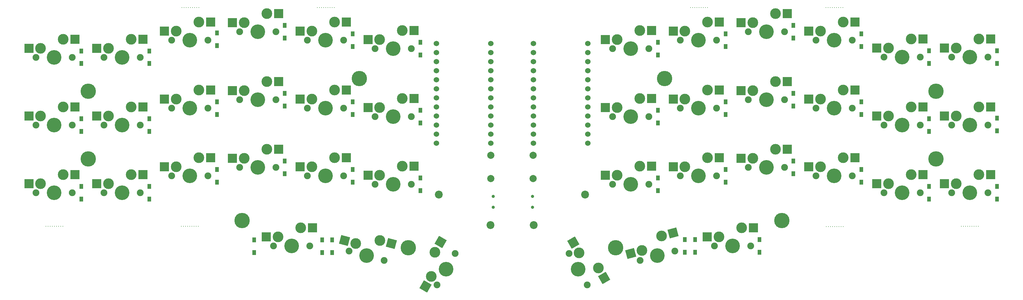
<source format=gbs>
G04 #@! TF.GenerationSoftware,KiCad,Pcbnew,7.0.1*
G04 #@! TF.CreationDate,2023-03-26T00:44:15-07:00*
G04 #@! TF.ProjectId,corne-wireless,636f726e-652d-4776-9972-656c6573732e,3.0.1*
G04 #@! TF.SameCoordinates,Original*
G04 #@! TF.FileFunction,Soldermask,Bot*
G04 #@! TF.FilePolarity,Negative*
%FSLAX46Y46*%
G04 Gerber Fmt 4.6, Leading zero omitted, Abs format (unit mm)*
G04 Created by KiCad (PCBNEW 7.0.1) date 2023-03-26 00:44:15*
%MOMM*%
%LPD*%
G01*
G04 APERTURE LIST*
G04 Aperture macros list*
%AMRotRect*
0 Rectangle, with rotation*
0 The origin of the aperture is its center*
0 $1 length*
0 $2 width*
0 $3 Rotation angle, in degrees counterclockwise*
0 Add horizontal line*
21,1,$1,$2,0,0,$3*%
G04 Aperture macros list end*
%ADD10C,2.000000*%
%ADD11C,1.900000*%
%ADD12C,3.000000*%
%ADD13C,4.100000*%
%ADD14R,2.550000X2.500000*%
%ADD15RotRect,2.550000X2.500000X165.000000*%
%ADD16RotRect,2.550000X2.500000X240.000000*%
%ADD17RotRect,2.550000X2.500000X120.000000*%
%ADD18RotRect,2.550000X2.500000X195.000000*%
%ADD19C,4.300000*%
%ADD20C,2.200000*%
%ADD21C,1.524000*%
%ADD22C,0.300000*%
%ADD23C,0.900000*%
%ADD24R,1.000000X1.400000*%
G04 APERTURE END LIST*
D10*
X142424500Y-69781000D03*
X142424500Y-63281000D03*
D11*
X34027500Y-35780000D03*
D12*
X35297500Y-33240000D03*
D13*
X39107500Y-35780000D03*
D12*
X41647500Y-30700000D03*
D11*
X44187500Y-35780000D03*
D14*
X32022500Y-33240000D03*
X44949500Y-30700000D03*
D11*
X53027500Y-31030000D03*
D12*
X54297500Y-28490000D03*
D13*
X58107500Y-31030000D03*
D12*
X60647500Y-25950000D03*
D11*
X63187500Y-31030000D03*
D14*
X51022500Y-28490000D03*
X63949500Y-25950000D03*
D11*
X72027500Y-28655000D03*
D12*
X73297500Y-26115000D03*
D13*
X77107500Y-28655000D03*
D12*
X79647500Y-23575000D03*
D11*
X82187500Y-28655000D03*
D14*
X70022500Y-26115000D03*
X82949500Y-23575000D03*
D11*
X91027500Y-31030000D03*
D12*
X92297500Y-28490000D03*
D13*
X96107500Y-31030000D03*
D12*
X98647500Y-25950000D03*
D11*
X101187500Y-31030000D03*
D14*
X89022500Y-28490000D03*
X101949500Y-25950000D03*
D11*
X15027500Y-54780000D03*
D12*
X16297500Y-52240000D03*
D13*
X20107500Y-54780000D03*
D12*
X22647500Y-49700000D03*
D11*
X25187500Y-54780000D03*
D14*
X13022500Y-52240000D03*
X25949500Y-49700000D03*
D11*
X34027500Y-54780000D03*
D12*
X35297500Y-52240000D03*
D13*
X39107500Y-54780000D03*
D12*
X41647500Y-49700000D03*
D11*
X44187500Y-54780000D03*
D14*
X32022500Y-52240000D03*
X44949500Y-49700000D03*
D11*
X53027500Y-50030000D03*
D12*
X54297500Y-47490000D03*
D13*
X58107500Y-50030000D03*
D12*
X60647500Y-44950000D03*
D11*
X63187500Y-50030000D03*
D14*
X51022500Y-47490000D03*
X63949500Y-44950000D03*
D11*
X72027500Y-47655000D03*
D12*
X73297500Y-45115000D03*
D13*
X77107500Y-47655000D03*
D12*
X79647500Y-42575000D03*
D11*
X82187500Y-47655000D03*
D14*
X70022500Y-45115000D03*
X82949500Y-42575000D03*
D11*
X91027500Y-50030000D03*
D12*
X92297500Y-47490000D03*
D13*
X96107500Y-50030000D03*
D12*
X98647500Y-44950000D03*
D11*
X101187500Y-50030000D03*
D14*
X89022500Y-47490000D03*
X101949500Y-44950000D03*
D11*
X110027500Y-52405000D03*
D12*
X111297500Y-49865000D03*
D13*
X115107500Y-52405000D03*
D12*
X117647500Y-47325000D03*
D11*
X120187500Y-52405000D03*
D14*
X108022500Y-49865000D03*
X120949500Y-47325000D03*
D11*
X15027500Y-73780000D03*
D12*
X16297500Y-71240000D03*
D13*
X20107500Y-73780000D03*
D12*
X22647500Y-68700000D03*
D11*
X25187500Y-73780000D03*
D14*
X13022500Y-71240000D03*
X25949500Y-68700000D03*
D11*
X34027500Y-73780000D03*
D12*
X35297500Y-71240000D03*
D13*
X39107500Y-73780000D03*
D12*
X41647500Y-68700000D03*
D11*
X44187500Y-73780000D03*
D14*
X32022500Y-71240000D03*
X44949500Y-68700000D03*
D11*
X53027500Y-69030000D03*
D12*
X54297500Y-66490000D03*
D13*
X58107500Y-69030000D03*
D12*
X60647500Y-63950000D03*
D11*
X63187500Y-69030000D03*
D14*
X51022500Y-66490000D03*
X63949500Y-63950000D03*
D11*
X72027500Y-66655000D03*
D12*
X73297500Y-64115000D03*
D13*
X77107500Y-66655000D03*
D12*
X79647500Y-61575000D03*
D11*
X82187500Y-66655000D03*
D14*
X70022500Y-64115000D03*
X82949500Y-61575000D03*
D11*
X91027500Y-69030000D03*
D12*
X92297500Y-66490000D03*
D13*
X96107500Y-69030000D03*
D12*
X98647500Y-63950000D03*
D11*
X101187500Y-69030000D03*
D14*
X89022500Y-66490000D03*
X101949500Y-63950000D03*
D11*
X110027500Y-71405000D03*
D12*
X111297500Y-68865000D03*
D13*
X115107500Y-71405000D03*
D12*
X117647500Y-66325000D03*
D11*
X120187500Y-71405000D03*
D14*
X108022500Y-68865000D03*
X120949500Y-66325000D03*
D11*
X81527500Y-88655000D03*
D12*
X82797500Y-86115000D03*
D13*
X86607500Y-88655000D03*
D12*
X89147500Y-83575000D03*
D11*
X91687500Y-88655000D03*
D14*
X79522500Y-86115000D03*
X92449500Y-83575000D03*
D11*
X102700597Y-90090199D03*
D12*
X104584723Y-87965448D03*
D13*
X107607500Y-91405000D03*
D12*
X111375752Y-87155497D03*
D11*
X112514403Y-92719801D03*
D15*
X101421316Y-87117815D03*
X114565239Y-88010118D03*
D11*
X127317500Y-99554409D03*
D12*
X125752795Y-97184557D03*
D13*
X129857500Y-95155000D03*
D12*
X126728091Y-90415295D03*
D11*
X132397500Y-90755591D03*
D16*
X124115295Y-100020790D03*
X128379091Y-87555680D03*
D11*
X164324500Y-90750591D03*
D12*
X167159205Y-90580443D03*
D13*
X166864500Y-95150000D03*
D12*
X172533909Y-94809705D03*
D11*
X169404500Y-99549409D03*
D17*
X165521705Y-87744210D03*
X174184909Y-97669320D03*
D10*
X154304500Y-69772000D03*
X154304500Y-63272000D03*
D11*
X214534500Y-66650000D03*
D12*
X215804500Y-64110000D03*
D13*
X219614500Y-66650000D03*
D12*
X222154500Y-61570000D03*
D11*
X224694500Y-66650000D03*
D14*
X212529500Y-64110000D03*
X225456500Y-61570000D03*
D11*
X195534500Y-69025000D03*
D12*
X196804500Y-66485000D03*
D13*
X200614500Y-69025000D03*
D12*
X203154500Y-63945000D03*
D11*
X205694500Y-69025000D03*
D14*
X193529500Y-66485000D03*
X206456500Y-63945000D03*
D11*
X176534500Y-71400000D03*
D12*
X177804500Y-68860000D03*
D13*
X181614500Y-71400000D03*
D12*
X184154500Y-66320000D03*
D11*
X186694500Y-71400000D03*
D14*
X174529500Y-68860000D03*
X187456500Y-66320000D03*
D11*
X205034500Y-88650000D03*
D12*
X206304500Y-86110000D03*
D13*
X210114500Y-88650000D03*
D12*
X212654500Y-83570000D03*
D11*
X215194500Y-88650000D03*
D14*
X203029500Y-86110000D03*
X215956500Y-83570000D03*
D11*
X184207597Y-92714801D03*
D12*
X184776922Y-89932649D03*
D13*
X189114500Y-91400000D03*
D12*
X190253151Y-85835696D03*
D11*
X194021403Y-90085199D03*
D18*
X181613515Y-90780281D03*
X193442638Y-84981076D03*
D11*
X214534500Y-28650000D03*
D12*
X215804500Y-26110000D03*
D13*
X219614500Y-28650000D03*
D12*
X222154500Y-23570000D03*
D11*
X224694500Y-28650000D03*
D14*
X212529500Y-26110000D03*
X225456500Y-23570000D03*
D11*
X195534500Y-31025000D03*
D12*
X196804500Y-28485000D03*
D13*
X200614500Y-31025000D03*
D12*
X203154500Y-25945000D03*
D11*
X205694500Y-31025000D03*
D14*
X193529500Y-28485000D03*
X206456500Y-25945000D03*
D11*
X271534500Y-54775000D03*
D12*
X272804500Y-52235000D03*
D13*
X276614500Y-54775000D03*
D12*
X279154500Y-49695000D03*
D11*
X281694500Y-54775000D03*
D14*
X269529500Y-52235000D03*
X282456500Y-49695000D03*
D11*
X233534500Y-31025000D03*
D12*
X234804500Y-28485000D03*
D13*
X238614500Y-31025000D03*
D12*
X241154500Y-25945000D03*
D11*
X243694500Y-31025000D03*
D14*
X231529500Y-28485000D03*
X244456500Y-25945000D03*
D11*
X252534500Y-54775000D03*
D12*
X253804500Y-52235000D03*
D13*
X257614500Y-54775000D03*
D12*
X260154500Y-49695000D03*
D11*
X262694500Y-54775000D03*
D14*
X250529500Y-52235000D03*
X263456500Y-49695000D03*
D11*
X252534500Y-73775000D03*
D12*
X253804500Y-71235000D03*
D13*
X257614500Y-73775000D03*
D12*
X260154500Y-68695000D03*
D11*
X262694500Y-73775000D03*
D14*
X250529500Y-71235000D03*
X263456500Y-68695000D03*
D11*
X233534500Y-69025000D03*
D12*
X234804500Y-66485000D03*
D13*
X238614500Y-69025000D03*
D12*
X241154500Y-63945000D03*
D11*
X243694500Y-69025000D03*
D14*
X231529500Y-66485000D03*
X244456500Y-63945000D03*
D11*
X271534500Y-35775000D03*
D12*
X272804500Y-33235000D03*
D13*
X276614500Y-35775000D03*
D12*
X279154500Y-30695000D03*
D11*
X281694500Y-35775000D03*
D14*
X269529500Y-33235000D03*
X282456500Y-30695000D03*
D11*
X252534500Y-35775000D03*
D12*
X253804500Y-33235000D03*
D13*
X257614500Y-35775000D03*
D12*
X260154500Y-30695000D03*
D11*
X262694500Y-35775000D03*
D14*
X250529500Y-33235000D03*
X263456500Y-30695000D03*
D11*
X233534500Y-50025000D03*
D12*
X234804500Y-47485000D03*
D13*
X238614500Y-50025000D03*
D12*
X241154500Y-44945000D03*
D11*
X243694500Y-50025000D03*
D14*
X231529500Y-47485000D03*
X244456500Y-44945000D03*
D11*
X214534500Y-47650000D03*
D12*
X215804500Y-45110000D03*
D13*
X219614500Y-47650000D03*
D12*
X222154500Y-42570000D03*
D11*
X224694500Y-47650000D03*
D14*
X212529500Y-45110000D03*
X225456500Y-42570000D03*
D11*
X195534500Y-50025000D03*
D12*
X196804500Y-47485000D03*
D13*
X200614500Y-50025000D03*
D12*
X203154500Y-44945000D03*
D11*
X205694500Y-50025000D03*
D14*
X193529500Y-47485000D03*
X206456500Y-44945000D03*
D11*
X176534500Y-52400000D03*
D12*
X177804500Y-49860000D03*
D13*
X181614500Y-52400000D03*
D12*
X184154500Y-47320000D03*
D11*
X186694500Y-52400000D03*
D14*
X174529500Y-49860000D03*
X187456500Y-47320000D03*
D11*
X271534500Y-73775000D03*
D12*
X272804500Y-71235000D03*
D13*
X276614500Y-73775000D03*
D12*
X279154500Y-68695000D03*
D11*
X281694500Y-73775000D03*
D14*
X269529500Y-71235000D03*
X282456500Y-68695000D03*
D11*
X15027500Y-35780000D03*
D12*
X16297500Y-33240000D03*
D13*
X20107500Y-35780000D03*
D12*
X22647500Y-30700000D03*
D11*
X25187500Y-35780000D03*
D14*
X13022500Y-33240000D03*
X25949500Y-30700000D03*
D19*
X105575500Y-41765500D03*
X72764500Y-81520500D03*
X119330500Y-89135000D03*
D20*
X127869500Y-74254000D03*
X142301500Y-82775000D03*
D19*
X177389500Y-89145000D03*
X223955500Y-81530500D03*
X267099500Y-45265500D03*
X191144500Y-41775500D03*
D11*
X110027500Y-33405000D03*
D12*
X111297500Y-30865000D03*
D13*
X115107500Y-33405000D03*
D12*
X117647500Y-28325000D03*
D11*
X120187500Y-33405000D03*
D14*
X108022500Y-30865000D03*
X120949500Y-28325000D03*
D11*
X176527500Y-33405000D03*
D12*
X177797500Y-30865000D03*
D13*
X181607500Y-33405000D03*
D12*
X184147500Y-28325000D03*
D11*
X186687500Y-33405000D03*
D14*
X174522500Y-30865000D03*
X187449500Y-28325000D03*
D19*
X29607500Y-64280000D03*
D21*
X142423900Y-31942000D03*
X142423900Y-34482000D03*
X142423900Y-37022000D03*
X142423900Y-39562000D03*
X142423900Y-42102000D03*
X142423900Y-44642000D03*
X142423900Y-47182000D03*
X142423900Y-49722000D03*
X142423900Y-52262000D03*
X142423900Y-54802000D03*
X142423900Y-57342000D03*
X142423900Y-59882000D03*
X127203900Y-59882000D03*
X127203900Y-57342000D03*
X127203900Y-54802000D03*
X127203900Y-52262000D03*
X127203900Y-49722000D03*
X127203900Y-47182000D03*
X127203900Y-44642000D03*
X127203900Y-42102000D03*
X127203900Y-39562000D03*
X127203900Y-37022000D03*
X127203900Y-34482000D03*
X127203900Y-31942000D03*
X169598900Y-31912000D03*
X169598900Y-34452000D03*
X169598900Y-36992000D03*
X169598900Y-39532000D03*
X169598900Y-42072000D03*
X169598900Y-44612000D03*
X169598900Y-47152000D03*
X169598900Y-49692000D03*
X169598900Y-52232000D03*
X169598900Y-54772000D03*
X169598900Y-57312000D03*
X169598900Y-59852000D03*
X154378900Y-59852000D03*
X154378900Y-57312000D03*
X154378900Y-54772000D03*
X154378900Y-52232000D03*
X154378900Y-49692000D03*
X154378900Y-47152000D03*
X154378900Y-44612000D03*
X154378900Y-42072000D03*
X154378900Y-39532000D03*
X154378900Y-36992000D03*
X154378900Y-34452000D03*
X154378900Y-31912000D03*
D19*
X29607500Y-45280000D03*
D22*
X55861750Y-21869000D03*
X56455500Y-21869000D03*
X57049250Y-21869000D03*
X57643000Y-21869000D03*
X58236750Y-21869000D03*
X58830500Y-21869000D03*
X59424250Y-21869000D03*
X60018000Y-21869000D03*
X60611750Y-21869000D03*
X93832500Y-21873000D03*
X94426250Y-21873000D03*
X95020000Y-21873000D03*
X95613750Y-21873000D03*
X96207500Y-21873000D03*
X96801250Y-21873000D03*
X97395000Y-21873000D03*
X97988750Y-21873000D03*
X98582500Y-21873000D03*
X17787500Y-83176000D03*
X18381250Y-83176000D03*
X18975000Y-83176000D03*
X19568750Y-83176000D03*
X20162500Y-83176000D03*
X20756250Y-83176000D03*
X21350000Y-83176000D03*
X21943750Y-83176000D03*
X22537500Y-83176000D03*
X55748500Y-83178000D03*
X56342250Y-83178000D03*
X56936000Y-83178000D03*
X57529750Y-83178000D03*
X58123500Y-83178000D03*
X58717250Y-83178000D03*
X59311000Y-83178000D03*
X59904750Y-83178000D03*
X60498500Y-83178000D03*
D23*
X143107500Y-74780000D03*
X143107500Y-77780000D03*
X154107500Y-74780000D03*
X154107500Y-77780000D03*
D24*
X27734500Y-37551875D03*
X27734500Y-34001875D03*
X46734500Y-37555000D03*
X46734500Y-34005000D03*
X65707500Y-32555000D03*
X65707500Y-29005000D03*
X84707500Y-30430000D03*
X84707500Y-26880000D03*
X103707500Y-32805000D03*
X103707500Y-29255000D03*
X122707500Y-35180000D03*
X122707500Y-31630000D03*
X27734500Y-56551875D03*
X27734500Y-53001875D03*
X46734500Y-56555000D03*
X46734500Y-53005000D03*
X65707500Y-51805000D03*
X65707500Y-48255000D03*
X84707500Y-49430000D03*
X84707500Y-45880000D03*
X103707500Y-51805000D03*
X103707500Y-48255000D03*
X122707500Y-54180000D03*
X122707500Y-50630000D03*
X27734500Y-75551875D03*
X27734500Y-72001875D03*
X46734500Y-75555000D03*
X46734500Y-72005000D03*
X65707500Y-70805000D03*
X65707500Y-67255000D03*
X84707500Y-68430000D03*
X84707500Y-64880000D03*
X103707500Y-70805000D03*
X103707500Y-67255000D03*
X122707500Y-73180000D03*
X122707500Y-69630000D03*
X76157500Y-90545000D03*
X76157500Y-86995000D03*
X95164500Y-90540000D03*
X95164500Y-86990000D03*
X98007500Y-90540000D03*
X98007500Y-86990000D03*
X265214500Y-37550000D03*
X265214500Y-34000000D03*
X246214500Y-32800000D03*
X246214500Y-29250000D03*
X227214500Y-30425000D03*
X227214500Y-26875000D03*
X189207500Y-35180000D03*
X189207500Y-31630000D03*
X284214500Y-56400000D03*
X284214500Y-52850000D03*
X265214500Y-56550000D03*
X265214500Y-53000000D03*
X246214500Y-51800000D03*
X246214500Y-48250000D03*
X227214500Y-49425000D03*
X227214500Y-45875000D03*
X208214500Y-51800000D03*
X208214500Y-48250000D03*
X189207500Y-54180000D03*
X189207500Y-50630000D03*
X284214500Y-75550000D03*
X284214500Y-72000000D03*
X265214500Y-75550000D03*
X265214500Y-72000000D03*
X246214500Y-70800000D03*
X246214500Y-67250000D03*
X227214500Y-68425000D03*
X227214500Y-64875000D03*
X208214500Y-70800000D03*
X208214500Y-67250000D03*
X189207500Y-73180000D03*
X189207500Y-69630000D03*
X217714500Y-90410000D03*
X217714500Y-86860000D03*
X199664500Y-90425000D03*
X199664500Y-86875000D03*
X196814500Y-90425000D03*
X196814500Y-86875000D03*
X284214500Y-37550000D03*
X284214500Y-34000000D03*
X208214500Y-32800000D03*
X208214500Y-29250000D03*
D20*
X154418500Y-82785000D03*
D19*
X267099500Y-64265500D03*
D20*
X168850500Y-74264000D03*
D22*
X279030500Y-83183000D03*
X278436750Y-83183000D03*
X277843000Y-83183000D03*
X277249250Y-83183000D03*
X276655500Y-83183000D03*
X276061750Y-83183000D03*
X275468000Y-83183000D03*
X274874250Y-83183000D03*
X274280500Y-83183000D03*
X203112500Y-21885000D03*
X202518750Y-21885000D03*
X201925000Y-21885000D03*
X201331250Y-21885000D03*
X200737500Y-21885000D03*
X200143750Y-21885000D03*
X199550000Y-21885000D03*
X198956250Y-21885000D03*
X198362500Y-21885000D03*
X241024500Y-21870000D03*
X240430750Y-21870000D03*
X239837000Y-21870000D03*
X239243250Y-21870000D03*
X238649500Y-21870000D03*
X238055750Y-21870000D03*
X237462000Y-21870000D03*
X236868250Y-21870000D03*
X236274500Y-21870000D03*
X241116500Y-83193000D03*
X240522750Y-83193000D03*
X239929000Y-83193000D03*
X239335250Y-83193000D03*
X238741500Y-83193000D03*
X238147750Y-83193000D03*
X237554000Y-83193000D03*
X236960250Y-83193000D03*
X236366500Y-83193000D03*
M02*

</source>
